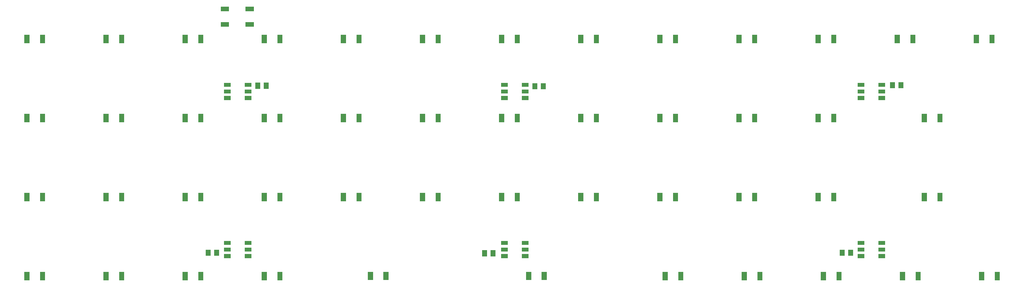
<source format=gbp>
G04 Layer: BottomPasteMaskLayer*
G04 EasyEDA v6.3.22, 2020-02-17T18:37:01+01:00*
G04 8ef9b12feb67497680a1b9269dc6658d,26ee6207a3b842de9ca16fdba9f4f307,10*
G04 Gerber Generator version 0.2*
G04 Scale: 100 percent, Rotated: No, Reflected: No *
G04 Dimensions in millimeters *
G04 leading zeros omitted , absolute positions ,3 integer and 3 decimal *
%FSLAX33Y33*%
%MOMM*%
G90*
G71D02*


%LPD*%
G36*
G01X244299Y17050D02*
G01X243050Y17050D01*
G01X243050Y15050D01*
G01X244299Y15050D01*
G01X244299Y17050D01*
G37*
G36*
G01X240549Y17050D02*
G01X239300Y17050D01*
G01X239300Y15050D01*
G01X240549Y15050D01*
G01X240549Y17050D01*
G37*
G36*
G01X225249Y17050D02*
G01X224000Y17050D01*
G01X224000Y15050D01*
G01X225249Y15050D01*
G01X225249Y17050D01*
G37*
G36*
G01X221499Y17050D02*
G01X220250Y17050D01*
G01X220250Y15050D01*
G01X221499Y15050D01*
G01X221499Y17050D01*
G37*
G36*
G01X206199Y17050D02*
G01X204950Y17050D01*
G01X204950Y15050D01*
G01X206199Y15050D01*
G01X206199Y17050D01*
G37*
G36*
G01X202449Y17050D02*
G01X201200Y17050D01*
G01X201200Y15050D01*
G01X202449Y15050D01*
G01X202449Y17050D01*
G37*
G36*
G01X187149Y17050D02*
G01X185900Y17050D01*
G01X185900Y15050D01*
G01X187149Y15050D01*
G01X187149Y17050D01*
G37*
G36*
G01X183399Y17050D02*
G01X182150Y17050D01*
G01X182150Y15050D01*
G01X183399Y15050D01*
G01X183399Y17050D01*
G37*
G36*
G01X168099Y17050D02*
G01X166850Y17050D01*
G01X166850Y15050D01*
G01X168099Y15050D01*
G01X168099Y17050D01*
G37*
G36*
G01X164349Y17050D02*
G01X163100Y17050D01*
G01X163100Y15050D01*
G01X164349Y15050D01*
G01X164349Y17050D01*
G37*
G36*
G01X135214Y17071D02*
G01X133965Y17071D01*
G01X133965Y15071D01*
G01X135214Y15071D01*
G01X135214Y17071D01*
G37*
G36*
G01X131464Y17071D02*
G01X130215Y17071D01*
G01X130215Y15071D01*
G01X131464Y15071D01*
G01X131464Y17071D01*
G37*
G36*
G01X97114Y17071D02*
G01X95865Y17071D01*
G01X95865Y15071D01*
G01X97114Y15071D01*
G01X97114Y17071D01*
G37*
G36*
G01X93364Y17071D02*
G01X92115Y17071D01*
G01X92115Y15071D01*
G01X93364Y15071D01*
G01X93364Y17071D01*
G37*
G36*
G01X71590Y17050D02*
G01X70340Y17050D01*
G01X70340Y15050D01*
G01X71590Y15050D01*
G01X71590Y17050D01*
G37*
G36*
G01X67839Y17050D02*
G01X66590Y17050D01*
G01X66590Y15050D01*
G01X67839Y15050D01*
G01X67839Y17050D01*
G37*
G36*
G01X52540Y17050D02*
G01X51290Y17050D01*
G01X51290Y15050D01*
G01X52540Y15050D01*
G01X52540Y17050D01*
G37*
G36*
G01X48789Y17050D02*
G01X47540Y17050D01*
G01X47540Y15050D01*
G01X48789Y15050D01*
G01X48789Y17050D01*
G37*
G36*
G01X33490Y17050D02*
G01X32240Y17050D01*
G01X32240Y15050D01*
G01X33490Y15050D01*
G01X33490Y17050D01*
G37*
G36*
G01X29739Y17050D02*
G01X28490Y17050D01*
G01X28490Y15050D01*
G01X29739Y15050D01*
G01X29739Y17050D01*
G37*
G36*
G01X14440Y17050D02*
G01X13190Y17050D01*
G01X13190Y15050D01*
G01X14440Y15050D01*
G01X14440Y17050D01*
G37*
G36*
G01X10689Y17050D02*
G01X9440Y17050D01*
G01X9440Y15050D01*
G01X10689Y15050D01*
G01X10689Y17050D01*
G37*
G36*
G01X230499Y36100D02*
G01X229250Y36100D01*
G01X229250Y34100D01*
G01X230499Y34100D01*
G01X230499Y36100D01*
G37*
G36*
G01X226749Y36100D02*
G01X225500Y36100D01*
G01X225500Y34100D01*
G01X226749Y34100D01*
G01X226749Y36100D01*
G37*
G36*
G01X204940Y36100D02*
G01X203690Y36100D01*
G01X203690Y34100D01*
G01X204940Y34100D01*
G01X204940Y36100D01*
G37*
G36*
G01X201189Y36100D02*
G01X199940Y36100D01*
G01X199940Y34100D01*
G01X201189Y34100D01*
G01X201189Y36100D01*
G37*
G36*
G01X185890Y36100D02*
G01X184640Y36100D01*
G01X184640Y34100D01*
G01X185890Y34100D01*
G01X185890Y36100D01*
G37*
G36*
G01X182139Y36100D02*
G01X180890Y36100D01*
G01X180890Y34100D01*
G01X182139Y34100D01*
G01X182139Y36100D01*
G37*
G36*
G01X166840Y36100D02*
G01X165590Y36100D01*
G01X165590Y34100D01*
G01X166840Y34100D01*
G01X166840Y36100D01*
G37*
G36*
G01X163089Y36100D02*
G01X161840Y36100D01*
G01X161840Y34100D01*
G01X163089Y34100D01*
G01X163089Y36100D01*
G37*
G36*
G01X147790Y36100D02*
G01X146540Y36100D01*
G01X146540Y34100D01*
G01X147790Y34100D01*
G01X147790Y36100D01*
G37*
G36*
G01X144039Y36100D02*
G01X142790Y36100D01*
G01X142790Y34100D01*
G01X144039Y34100D01*
G01X144039Y36100D01*
G37*
G36*
G01X128740Y36100D02*
G01X127490Y36100D01*
G01X127490Y34100D01*
G01X128740Y34100D01*
G01X128740Y36100D01*
G37*
G36*
G01X124989Y36100D02*
G01X123740Y36100D01*
G01X123740Y34100D01*
G01X124989Y34100D01*
G01X124989Y36100D01*
G37*
G36*
G01X109690Y36100D02*
G01X108440Y36100D01*
G01X108440Y34100D01*
G01X109690Y34100D01*
G01X109690Y36100D01*
G37*
G36*
G01X105939Y36100D02*
G01X104690Y36100D01*
G01X104690Y34100D01*
G01X105939Y34100D01*
G01X105939Y36100D01*
G37*
G36*
G01X90640Y36100D02*
G01X89390Y36100D01*
G01X89390Y34100D01*
G01X90640Y34100D01*
G01X90640Y36100D01*
G37*
G36*
G01X86889Y36100D02*
G01X85640Y36100D01*
G01X85640Y34100D01*
G01X86889Y34100D01*
G01X86889Y36100D01*
G37*
G36*
G01X71590Y36100D02*
G01X70340Y36100D01*
G01X70340Y34100D01*
G01X71590Y34100D01*
G01X71590Y36100D01*
G37*
G36*
G01X67839Y36100D02*
G01X66590Y36100D01*
G01X66590Y34100D01*
G01X67839Y34100D01*
G01X67839Y36100D01*
G37*
G36*
G01X52540Y36100D02*
G01X51290Y36100D01*
G01X51290Y34100D01*
G01X52540Y34100D01*
G01X52540Y36100D01*
G37*
G36*
G01X48789Y36100D02*
G01X47540Y36100D01*
G01X47540Y34100D01*
G01X48789Y34100D01*
G01X48789Y36100D01*
G37*
G36*
G01X33490Y36100D02*
G01X32240Y36100D01*
G01X32240Y34100D01*
G01X33490Y34100D01*
G01X33490Y36100D01*
G37*
G36*
G01X29739Y36100D02*
G01X28490Y36100D01*
G01X28490Y34100D01*
G01X29739Y34100D01*
G01X29739Y36100D01*
G37*
G36*
G01X14440Y36100D02*
G01X13190Y36100D01*
G01X13190Y34100D01*
G01X14440Y34100D01*
G01X14440Y36100D01*
G37*
G36*
G01X10689Y36100D02*
G01X9440Y36100D01*
G01X9440Y34100D01*
G01X10689Y34100D01*
G01X10689Y36100D01*
G37*
G36*
G01X230499Y55150D02*
G01X229250Y55150D01*
G01X229250Y53150D01*
G01X230499Y53150D01*
G01X230499Y55150D01*
G37*
G36*
G01X226749Y55150D02*
G01X225500Y55150D01*
G01X225500Y53150D01*
G01X226749Y53150D01*
G01X226749Y55150D01*
G37*
G36*
G01X204940Y55150D02*
G01X203690Y55150D01*
G01X203690Y53150D01*
G01X204940Y53150D01*
G01X204940Y55150D01*
G37*
G36*
G01X201189Y55150D02*
G01X199940Y55150D01*
G01X199940Y53150D01*
G01X201189Y53150D01*
G01X201189Y55150D01*
G37*
G36*
G01X185890Y55150D02*
G01X184640Y55150D01*
G01X184640Y53150D01*
G01X185890Y53150D01*
G01X185890Y55150D01*
G37*
G36*
G01X182139Y55150D02*
G01X180890Y55150D01*
G01X180890Y53150D01*
G01X182139Y53150D01*
G01X182139Y55150D01*
G37*
G36*
G01X166840Y55150D02*
G01X165590Y55150D01*
G01X165590Y53150D01*
G01X166840Y53150D01*
G01X166840Y55150D01*
G37*
G36*
G01X163089Y55150D02*
G01X161840Y55150D01*
G01X161840Y53150D01*
G01X163089Y53150D01*
G01X163089Y55150D01*
G37*
G36*
G01X147790Y55150D02*
G01X146540Y55150D01*
G01X146540Y53150D01*
G01X147790Y53150D01*
G01X147790Y55150D01*
G37*
G36*
G01X144039Y55150D02*
G01X142790Y55150D01*
G01X142790Y53150D01*
G01X144039Y53150D01*
G01X144039Y55150D01*
G37*
G36*
G01X128740Y55150D02*
G01X127490Y55150D01*
G01X127490Y53150D01*
G01X128740Y53150D01*
G01X128740Y55150D01*
G37*
G36*
G01X124989Y55150D02*
G01X123740Y55150D01*
G01X123740Y53150D01*
G01X124989Y53150D01*
G01X124989Y55150D01*
G37*
G36*
G01X109690Y55150D02*
G01X108440Y55150D01*
G01X108440Y53150D01*
G01X109690Y53150D01*
G01X109690Y55150D01*
G37*
G36*
G01X105939Y55150D02*
G01X104690Y55150D01*
G01X104690Y53150D01*
G01X105939Y53150D01*
G01X105939Y55150D01*
G37*
G36*
G01X90640Y55150D02*
G01X89390Y55150D01*
G01X89390Y53150D01*
G01X90640Y53150D01*
G01X90640Y55150D01*
G37*
G36*
G01X86889Y55150D02*
G01X85640Y55150D01*
G01X85640Y53150D01*
G01X86889Y53150D01*
G01X86889Y55150D01*
G37*
G36*
G01X71590Y55150D02*
G01X70340Y55150D01*
G01X70340Y53150D01*
G01X71590Y53150D01*
G01X71590Y55150D01*
G37*
G36*
G01X67839Y55150D02*
G01X66590Y55150D01*
G01X66590Y53150D01*
G01X67839Y53150D01*
G01X67839Y55150D01*
G37*
G36*
G01X52540Y55150D02*
G01X51290Y55150D01*
G01X51290Y53150D01*
G01X52540Y53150D01*
G01X52540Y55150D01*
G37*
G36*
G01X48789Y55150D02*
G01X47540Y55150D01*
G01X47540Y53150D01*
G01X48789Y53150D01*
G01X48789Y55150D01*
G37*
G36*
G01X33490Y55150D02*
G01X32240Y55150D01*
G01X32240Y53150D01*
G01X33490Y53150D01*
G01X33490Y55150D01*
G37*
G36*
G01X29739Y55150D02*
G01X28490Y55150D01*
G01X28490Y53150D01*
G01X29739Y53150D01*
G01X29739Y55150D01*
G37*
G36*
G01X14440Y55150D02*
G01X13190Y55150D01*
G01X13190Y53150D01*
G01X14440Y53150D01*
G01X14440Y55150D01*
G37*
G36*
G01X10689Y55150D02*
G01X9440Y55150D01*
G01X9440Y53150D01*
G01X10689Y53150D01*
G01X10689Y55150D01*
G37*
G36*
G01X243040Y74200D02*
G01X241790Y74200D01*
G01X241790Y72200D01*
G01X243040Y72200D01*
G01X243040Y74200D01*
G37*
G36*
G01X239289Y74200D02*
G01X238040Y74200D01*
G01X238040Y72200D01*
G01X239289Y72200D01*
G01X239289Y74200D01*
G37*
G36*
G01X223990Y74200D02*
G01X222740Y74200D01*
G01X222740Y72200D01*
G01X223990Y72200D01*
G01X223990Y74200D01*
G37*
G36*
G01X220239Y74200D02*
G01X218990Y74200D01*
G01X218990Y72200D01*
G01X220239Y72200D01*
G01X220239Y74200D01*
G37*
G36*
G01X204940Y74200D02*
G01X203690Y74200D01*
G01X203690Y72200D01*
G01X204940Y72200D01*
G01X204940Y74200D01*
G37*
G36*
G01X201189Y74200D02*
G01X199940Y74200D01*
G01X199940Y72200D01*
G01X201189Y72200D01*
G01X201189Y74200D01*
G37*
G36*
G01X185890Y74200D02*
G01X184640Y74200D01*
G01X184640Y72200D01*
G01X185890Y72200D01*
G01X185890Y74200D01*
G37*
G36*
G01X182139Y74200D02*
G01X180890Y74200D01*
G01X180890Y72200D01*
G01X182139Y72200D01*
G01X182139Y74200D01*
G37*
G36*
G01X166840Y74200D02*
G01X165590Y74200D01*
G01X165590Y72200D01*
G01X166840Y72200D01*
G01X166840Y74200D01*
G37*
G36*
G01X163089Y74200D02*
G01X161840Y74200D01*
G01X161840Y72200D01*
G01X163089Y72200D01*
G01X163089Y74200D01*
G37*
G36*
G01X147790Y74200D02*
G01X146540Y74200D01*
G01X146540Y72200D01*
G01X147790Y72200D01*
G01X147790Y74200D01*
G37*
G36*
G01X144039Y74200D02*
G01X142790Y74200D01*
G01X142790Y72200D01*
G01X144039Y72200D01*
G01X144039Y74200D01*
G37*
G36*
G01X128740Y74200D02*
G01X127490Y74200D01*
G01X127490Y72200D01*
G01X128740Y72200D01*
G01X128740Y74200D01*
G37*
G36*
G01X124989Y74200D02*
G01X123740Y74200D01*
G01X123740Y72200D01*
G01X124989Y72200D01*
G01X124989Y74200D01*
G37*
G36*
G01X109690Y74200D02*
G01X108440Y74200D01*
G01X108440Y72200D01*
G01X109690Y72200D01*
G01X109690Y74200D01*
G37*
G36*
G01X105939Y74200D02*
G01X104690Y74200D01*
G01X104690Y72200D01*
G01X105939Y72200D01*
G01X105939Y74200D01*
G37*
G36*
G01X90640Y74200D02*
G01X89390Y74200D01*
G01X89390Y72200D01*
G01X90640Y72200D01*
G01X90640Y74200D01*
G37*
G36*
G01X86889Y74200D02*
G01X85640Y74200D01*
G01X85640Y72200D01*
G01X86889Y72200D01*
G01X86889Y74200D01*
G37*
G36*
G01X71590Y74200D02*
G01X70340Y74200D01*
G01X70340Y72200D01*
G01X71590Y72200D01*
G01X71590Y74200D01*
G37*
G36*
G01X67839Y74200D02*
G01X66590Y74200D01*
G01X66590Y72200D01*
G01X67839Y72200D01*
G01X67839Y74200D01*
G37*
G36*
G01X52540Y74200D02*
G01X51290Y74200D01*
G01X51290Y72200D01*
G01X52540Y72200D01*
G01X52540Y74200D01*
G37*
G36*
G01X48789Y74200D02*
G01X47540Y74200D01*
G01X47540Y72200D01*
G01X48789Y72200D01*
G01X48789Y74200D01*
G37*
G36*
G01X33490Y74200D02*
G01X32240Y74200D01*
G01X32240Y72200D01*
G01X33490Y72200D01*
G01X33490Y74200D01*
G37*
G36*
G01X29739Y74200D02*
G01X28490Y74200D01*
G01X28490Y72200D01*
G01X29739Y72200D01*
G01X29739Y74200D01*
G37*
G36*
G01X14440Y74200D02*
G01X13190Y74200D01*
G01X13190Y72200D01*
G01X14440Y72200D01*
G01X14440Y74200D01*
G37*
G36*
G01X10689Y74200D02*
G01X9440Y74200D01*
G01X9440Y72200D01*
G01X10689Y72200D01*
G01X10689Y74200D01*
G37*
G36*
G01X57532Y23521D02*
G01X59133Y23521D01*
G01X59133Y24521D01*
G01X57532Y24521D01*
G01X57532Y23521D01*
G37*
G36*
G01X57532Y21920D02*
G01X59133Y21920D01*
G01X59133Y22920D01*
G01X57532Y22920D01*
G01X57532Y21920D01*
G37*
G36*
G01X57532Y20320D02*
G01X59133Y20320D01*
G01X59133Y21321D01*
G01X57532Y21321D01*
G01X57532Y20320D01*
G37*
G36*
G01X62532Y20320D02*
G01X64133Y20320D01*
G01X64133Y21321D01*
G01X62532Y21321D01*
G01X62532Y20320D01*
G37*
G36*
G01X62532Y21920D02*
G01X64133Y21920D01*
G01X64133Y22920D01*
G01X62532Y22920D01*
G01X62532Y21920D01*
G37*
G36*
G01X62532Y23521D02*
G01X64133Y23521D01*
G01X64133Y24521D01*
G01X62532Y24521D01*
G01X62532Y23521D01*
G37*
G36*
G01X124199Y23520D02*
G01X125800Y23520D01*
G01X125800Y24520D01*
G01X124199Y24520D01*
G01X124199Y23520D01*
G37*
G36*
G01X124199Y21919D02*
G01X125800Y21919D01*
G01X125800Y22919D01*
G01X124199Y22919D01*
G01X124199Y21919D01*
G37*
G36*
G01X124199Y20319D02*
G01X125800Y20319D01*
G01X125800Y21320D01*
G01X124199Y21320D01*
G01X124199Y20319D01*
G37*
G36*
G01X129199Y20319D02*
G01X130800Y20319D01*
G01X130800Y21320D01*
G01X129199Y21320D01*
G01X129199Y20319D01*
G37*
G36*
G01X129199Y21919D02*
G01X130800Y21919D01*
G01X130800Y22919D01*
G01X129199Y22919D01*
G01X129199Y21919D01*
G37*
G36*
G01X129199Y23520D02*
G01X130800Y23520D01*
G01X130800Y24520D01*
G01X129199Y24520D01*
G01X129199Y23520D01*
G37*
G36*
G01X210059Y23521D02*
G01X211660Y23521D01*
G01X211660Y24521D01*
G01X210059Y24521D01*
G01X210059Y23521D01*
G37*
G36*
G01X210059Y21920D02*
G01X211660Y21920D01*
G01X211660Y22920D01*
G01X210059Y22920D01*
G01X210059Y21920D01*
G37*
G36*
G01X210059Y20320D02*
G01X211660Y20320D01*
G01X211660Y21321D01*
G01X210059Y21321D01*
G01X210059Y20320D01*
G37*
G36*
G01X215059Y20320D02*
G01X216660Y20320D01*
G01X216660Y21321D01*
G01X215059Y21321D01*
G01X215059Y20320D01*
G37*
G36*
G01X215059Y21920D02*
G01X216660Y21920D01*
G01X216660Y22920D01*
G01X215059Y22920D01*
G01X215059Y21920D01*
G37*
G36*
G01X215059Y23521D02*
G01X216660Y23521D01*
G01X216660Y24521D01*
G01X215059Y24521D01*
G01X215059Y23521D01*
G37*
G36*
G01X216660Y59420D02*
G01X215059Y59420D01*
G01X215059Y58420D01*
G01X216660Y58420D01*
G01X216660Y59420D01*
G37*
G36*
G01X216660Y61021D02*
G01X215059Y61021D01*
G01X215059Y60021D01*
G01X216660Y60021D01*
G01X216660Y61021D01*
G37*
G36*
G01X216660Y62621D02*
G01X215059Y62621D01*
G01X215059Y61620D01*
G01X216660Y61620D01*
G01X216660Y62621D01*
G37*
G36*
G01X211660Y62621D02*
G01X210059Y62621D01*
G01X210059Y61620D01*
G01X211660Y61620D01*
G01X211660Y62621D01*
G37*
G36*
G01X211660Y61021D02*
G01X210059Y61021D01*
G01X210059Y60021D01*
G01X211660Y60021D01*
G01X211660Y61021D01*
G37*
G36*
G01X211660Y59420D02*
G01X210059Y59420D01*
G01X210059Y58420D01*
G01X211660Y58420D01*
G01X211660Y59420D01*
G37*
G36*
G01X130800Y59420D02*
G01X129199Y59420D01*
G01X129199Y58420D01*
G01X130800Y58420D01*
G01X130800Y59420D01*
G37*
G36*
G01X130800Y61021D02*
G01X129199Y61021D01*
G01X129199Y60021D01*
G01X130800Y60021D01*
G01X130800Y61021D01*
G37*
G36*
G01X130800Y62621D02*
G01X129199Y62621D01*
G01X129199Y61620D01*
G01X130800Y61620D01*
G01X130800Y62621D01*
G37*
G36*
G01X125800Y62621D02*
G01X124199Y62621D01*
G01X124199Y61620D01*
G01X125800Y61620D01*
G01X125800Y62621D01*
G37*
G36*
G01X125800Y61021D02*
G01X124199Y61021D01*
G01X124199Y60021D01*
G01X125800Y60021D01*
G01X125800Y61021D01*
G37*
G36*
G01X125800Y59420D02*
G01X124199Y59420D01*
G01X124199Y58420D01*
G01X125800Y58420D01*
G01X125800Y59420D01*
G37*
G36*
G01X64133Y59420D02*
G01X62532Y59420D01*
G01X62532Y58420D01*
G01X64133Y58420D01*
G01X64133Y59420D01*
G37*
G36*
G01X64133Y61021D02*
G01X62532Y61021D01*
G01X62532Y60021D01*
G01X64133Y60021D01*
G01X64133Y61021D01*
G37*
G36*
G01X64133Y62621D02*
G01X62532Y62621D01*
G01X62532Y61620D01*
G01X64133Y61620D01*
G01X64133Y62621D01*
G37*
G36*
G01X59133Y62621D02*
G01X57532Y62621D01*
G01X57532Y61620D01*
G01X59133Y61620D01*
G01X59133Y62621D01*
G37*
G36*
G01X59133Y61021D02*
G01X57532Y61021D01*
G01X57532Y60021D01*
G01X59133Y60021D01*
G01X59133Y61021D01*
G37*
G36*
G01X59133Y59420D02*
G01X57532Y59420D01*
G01X57532Y58420D01*
G01X59133Y58420D01*
G01X59133Y59420D01*
G37*
G36*
G01X56706Y76155D02*
G01X58706Y76155D01*
G01X58706Y77255D01*
G01X56706Y77255D01*
G01X56706Y76155D01*
G37*
G36*
G01X62706Y76155D02*
G01X64706Y76155D01*
G01X64706Y77255D01*
G01X62706Y77255D01*
G01X62706Y76155D01*
G37*
G36*
G01X56706Y79854D02*
G01X58706Y79854D01*
G01X58706Y80954D01*
G01X56706Y80954D01*
G01X56706Y79854D01*
G37*
G36*
G01X62706Y79854D02*
G01X64706Y79854D01*
G01X64706Y80954D01*
G01X62706Y80954D01*
G01X62706Y79854D01*
G37*
G36*
G01X68271Y62643D02*
G01X67110Y62643D01*
G01X67110Y61193D01*
G01X68271Y61193D01*
G01X68271Y62643D01*
G37*
G36*
G01X66239Y62643D02*
G01X65078Y62643D01*
G01X65078Y61193D01*
G01X66239Y61193D01*
G01X66239Y62643D01*
G37*
G36*
G01X53140Y20934D02*
G01X54301Y20934D01*
G01X54301Y22384D01*
G01X53140Y22384D01*
G01X53140Y20934D01*
G37*
G36*
G01X55172Y20934D02*
G01X56333Y20934D01*
G01X56333Y22384D01*
G01X55172Y22384D01*
G01X55172Y20934D01*
G37*
G36*
G01X119688Y20807D02*
G01X120849Y20807D01*
G01X120849Y22257D01*
G01X119688Y22257D01*
G01X119688Y20807D01*
G37*
G36*
G01X121720Y20807D02*
G01X122881Y20807D01*
G01X122881Y22257D01*
G01X121720Y22257D01*
G01X121720Y20807D01*
G37*
G36*
G01X205794Y20934D02*
G01X206955Y20934D01*
G01X206955Y22384D01*
G01X205794Y22384D01*
G01X205794Y20934D01*
G37*
G36*
G01X207826Y20934D02*
G01X208987Y20934D01*
G01X208987Y22384D01*
G01X207826Y22384D01*
G01X207826Y20934D01*
G37*
G36*
G01X221052Y62770D02*
G01X219891Y62770D01*
G01X219891Y61320D01*
G01X221052Y61320D01*
G01X221052Y62770D01*
G37*
G36*
G01X219020Y62770D02*
G01X217859Y62770D01*
G01X217859Y61320D01*
G01X219020Y61320D01*
G01X219020Y62770D01*
G37*
G36*
G01X134946Y62516D02*
G01X133785Y62516D01*
G01X133785Y61066D01*
G01X134946Y61066D01*
G01X134946Y62516D01*
G37*
G36*
G01X132914Y62516D02*
G01X131753Y62516D01*
G01X131753Y61066D01*
G01X132914Y61066D01*
G01X132914Y62516D01*
G37*
M00*
M02*

</source>
